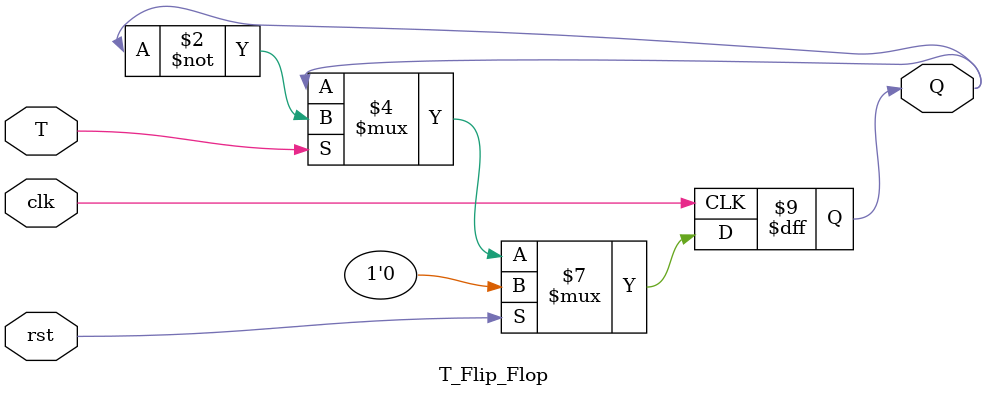
<source format=v>
`timescale 1ns / 1ps


module T_Flip_Flop(
T,clk,rst,Q
    );
    input T,clk,rst;
    output reg Q;
    
    always @(posedge clk)
    begin
    if (rst)
    Q <= 0;
    
    else begin
    if (T)
       Q <= ~Q;
       
       else 
        Q <= Q;
       
    end
    
    end
    
 
endmodule

</source>
